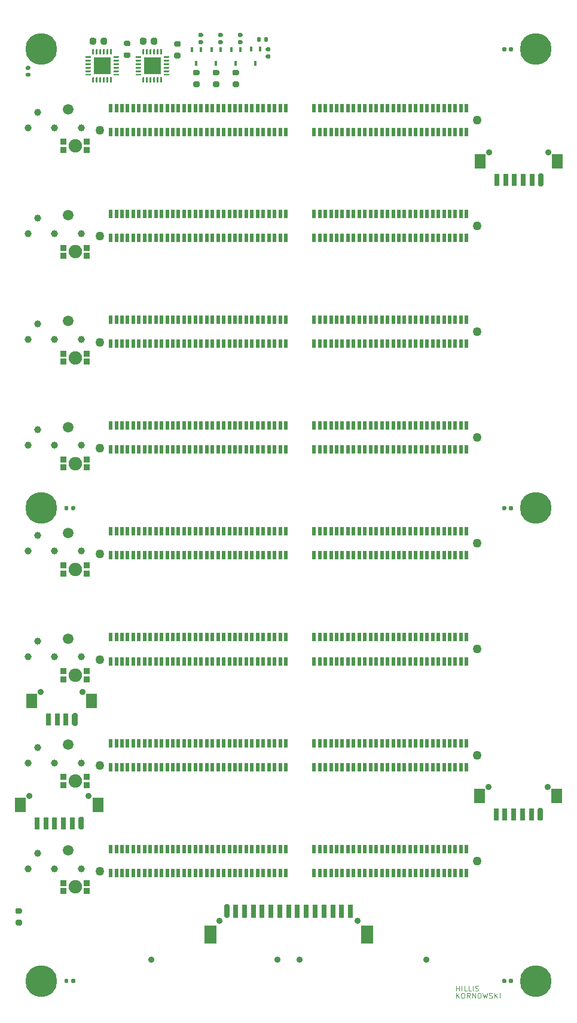
<source format=gts>
%TF.GenerationSoftware,KiCad,Pcbnew,(5.1.9)-1*%
%TF.CreationDate,2021-12-18T00:28:50-05:00*%
%TF.ProjectId,backplane,6261636b-706c-4616-9e65-2e6b69636164,A1*%
%TF.SameCoordinates,Original*%
%TF.FileFunction,Soldermask,Top*%
%TF.FilePolarity,Negative*%
%FSLAX46Y46*%
G04 Gerber Fmt 4.6, Leading zero omitted, Abs format (unit mm)*
G04 Created by KiCad (PCBNEW (5.1.9)-1) date 2021-12-18 00:28:50*
%MOMM*%
%LPD*%
G01*
G04 APERTURE LIST*
%ADD10C,0.125000*%
%ADD11C,1.000000*%
%ADD12C,1.500000*%
%ADD13R,0.500000X1.200000*%
%ADD14C,1.270000*%
%ADD15C,0.890000*%
%ADD16R,0.800000X1.800000*%
%ADD17R,1.600000X2.000000*%
%ADD18C,0.900000*%
%ADD19R,0.450000X0.700000*%
%ADD20C,4.500000*%
%ADD21R,0.800000X1.900000*%
%ADD22R,1.800000X2.600000*%
%ADD23R,0.900000X0.850000*%
%ADD24C,1.900000*%
%ADD25R,2.450000X2.450000*%
G04 APERTURE END LIST*
D10*
X121116714Y-175345285D02*
X121116714Y-174595285D01*
X121545285Y-175345285D02*
X121223857Y-174916714D01*
X121545285Y-174595285D02*
X121116714Y-175023857D01*
X122009571Y-174595285D02*
X122152428Y-174595285D01*
X122223857Y-174631000D01*
X122295285Y-174702428D01*
X122331000Y-174845285D01*
X122331000Y-175095285D01*
X122295285Y-175238142D01*
X122223857Y-175309571D01*
X122152428Y-175345285D01*
X122009571Y-175345285D01*
X121938142Y-175309571D01*
X121866714Y-175238142D01*
X121831000Y-175095285D01*
X121831000Y-174845285D01*
X121866714Y-174702428D01*
X121938142Y-174631000D01*
X122009571Y-174595285D01*
X123081000Y-175345285D02*
X122831000Y-174988142D01*
X122652428Y-175345285D02*
X122652428Y-174595285D01*
X122938142Y-174595285D01*
X123009571Y-174631000D01*
X123045285Y-174666714D01*
X123081000Y-174738142D01*
X123081000Y-174845285D01*
X123045285Y-174916714D01*
X123009571Y-174952428D01*
X122938142Y-174988142D01*
X122652428Y-174988142D01*
X123402428Y-175345285D02*
X123402428Y-174595285D01*
X123831000Y-175345285D01*
X123831000Y-174595285D01*
X124331000Y-174595285D02*
X124473857Y-174595285D01*
X124545285Y-174631000D01*
X124616714Y-174702428D01*
X124652428Y-174845285D01*
X124652428Y-175095285D01*
X124616714Y-175238142D01*
X124545285Y-175309571D01*
X124473857Y-175345285D01*
X124331000Y-175345285D01*
X124259571Y-175309571D01*
X124188142Y-175238142D01*
X124152428Y-175095285D01*
X124152428Y-174845285D01*
X124188142Y-174702428D01*
X124259571Y-174631000D01*
X124331000Y-174595285D01*
X124902428Y-174595285D02*
X125081000Y-175345285D01*
X125223857Y-174809571D01*
X125366714Y-175345285D01*
X125545285Y-174595285D01*
X125795285Y-175309571D02*
X125902428Y-175345285D01*
X126081000Y-175345285D01*
X126152428Y-175309571D01*
X126188142Y-175273857D01*
X126223857Y-175202428D01*
X126223857Y-175131000D01*
X126188142Y-175059571D01*
X126152428Y-175023857D01*
X126081000Y-174988142D01*
X125938142Y-174952428D01*
X125866714Y-174916714D01*
X125831000Y-174881000D01*
X125795285Y-174809571D01*
X125795285Y-174738142D01*
X125831000Y-174666714D01*
X125866714Y-174631000D01*
X125938142Y-174595285D01*
X126116714Y-174595285D01*
X126223857Y-174631000D01*
X126545285Y-175345285D02*
X126545285Y-174595285D01*
X126973857Y-175345285D02*
X126652428Y-174916714D01*
X126973857Y-174595285D02*
X126545285Y-175023857D01*
X127295285Y-175345285D02*
X127295285Y-174595285D01*
X121146285Y-174329285D02*
X121146285Y-173579285D01*
X121146285Y-173936428D02*
X121574857Y-173936428D01*
X121574857Y-174329285D02*
X121574857Y-173579285D01*
X121932000Y-174329285D02*
X121932000Y-173579285D01*
X122646285Y-174329285D02*
X122289142Y-174329285D01*
X122289142Y-173579285D01*
X123253428Y-174329285D02*
X122896285Y-174329285D01*
X122896285Y-173579285D01*
X123503428Y-174329285D02*
X123503428Y-173579285D01*
X123824857Y-174293571D02*
X123932000Y-174329285D01*
X124110571Y-174329285D01*
X124182000Y-174293571D01*
X124217714Y-174257857D01*
X124253428Y-174186428D01*
X124253428Y-174115000D01*
X124217714Y-174043571D01*
X124182000Y-174007857D01*
X124110571Y-173972142D01*
X123967714Y-173936428D01*
X123896285Y-173900714D01*
X123860571Y-173865000D01*
X123824857Y-173793571D01*
X123824857Y-173722142D01*
X123860571Y-173650714D01*
X123896285Y-173615000D01*
X123967714Y-173579285D01*
X124146285Y-173579285D01*
X124253428Y-173615000D01*
D11*
X60479000Y-51995000D03*
X61879000Y-49795000D03*
X64279000Y-51995000D03*
D12*
X66179000Y-49405000D03*
D11*
X68079000Y-51995000D03*
D13*
X72209000Y-52595000D03*
X72209000Y-49195000D03*
X73009000Y-52595000D03*
X73009000Y-49195000D03*
X73809000Y-52595000D03*
X73809000Y-49195000D03*
X74609000Y-52595000D03*
X74609000Y-49195000D03*
X75409000Y-52595000D03*
X75409000Y-49195000D03*
X76209000Y-52595000D03*
X76209000Y-49195000D03*
X77009000Y-52595000D03*
X77009000Y-49195000D03*
X77809000Y-52595000D03*
X77809000Y-49195000D03*
X78609000Y-52595000D03*
X78609000Y-49195000D03*
X79409000Y-52595000D03*
X79409000Y-49195000D03*
X80209000Y-52595000D03*
X80209000Y-49195000D03*
X81009000Y-52595000D03*
X81009000Y-49195000D03*
X81809000Y-52595000D03*
X81809000Y-49195000D03*
X82609000Y-52595000D03*
X82609000Y-49195000D03*
X83409000Y-52595000D03*
X83409000Y-49195000D03*
X84209000Y-52595000D03*
X84209000Y-49195000D03*
X85009000Y-52595000D03*
X85009000Y-49195000D03*
X85809000Y-52595000D03*
X85809000Y-49195000D03*
X86609000Y-52595000D03*
X86609000Y-49195000D03*
X87409000Y-52595000D03*
X87409000Y-49195000D03*
X88209000Y-52595000D03*
X88209000Y-49195000D03*
X89009000Y-52595000D03*
X89009000Y-49195000D03*
X89809000Y-52595000D03*
X89809000Y-49195000D03*
X90609000Y-52595000D03*
X90609000Y-49195000D03*
X91409000Y-52595000D03*
X91409000Y-49195000D03*
X92209000Y-52595000D03*
X92209000Y-49195000D03*
X93009000Y-52595000D03*
X93009000Y-49195000D03*
X93809000Y-52595000D03*
X93809000Y-49195000D03*
X94609000Y-52595000D03*
X94609000Y-49195000D03*
X95409000Y-52595000D03*
X95409000Y-49195000D03*
X96209000Y-52595000D03*
X96209000Y-49195000D03*
X97009000Y-52595000D03*
X97009000Y-49195000D03*
X101009000Y-52595000D03*
X101009000Y-49195000D03*
X101809000Y-52595000D03*
X101809000Y-49195000D03*
X102609000Y-52595000D03*
X102609000Y-49195000D03*
X103409000Y-52595000D03*
X103409000Y-49195000D03*
X104209000Y-52595000D03*
X104209000Y-49195000D03*
X105009000Y-52595000D03*
X105009000Y-49195000D03*
X105809000Y-52595000D03*
X105809000Y-49195000D03*
X106609000Y-52595000D03*
X106609000Y-49195000D03*
X107409000Y-52595000D03*
X107409000Y-49195000D03*
X108209000Y-52595000D03*
X108209000Y-49195000D03*
X109009000Y-52595000D03*
X109009000Y-49195000D03*
X109809000Y-52595000D03*
X109809000Y-49195000D03*
X110609000Y-52595000D03*
X110609000Y-49195000D03*
X111409000Y-52595000D03*
X111409000Y-49195000D03*
X112209000Y-52595000D03*
X112209000Y-49195000D03*
X113009000Y-52595000D03*
X113009000Y-49195000D03*
X113809000Y-52595000D03*
X113809000Y-49195000D03*
X114609000Y-52595000D03*
X114609000Y-49195000D03*
X115409000Y-52595000D03*
X115409000Y-49195000D03*
X116209000Y-52595000D03*
X116209000Y-49195000D03*
X117009000Y-52595000D03*
X117009000Y-49195000D03*
X117809000Y-52595000D03*
X117809000Y-49195000D03*
X118609000Y-52595000D03*
X118609000Y-49195000D03*
X119409000Y-52595000D03*
X119409000Y-49195000D03*
X120209000Y-52595000D03*
X120209000Y-49195000D03*
X121009000Y-52595000D03*
X121009000Y-49195000D03*
X121809000Y-52595000D03*
X121809000Y-49195000D03*
X122609000Y-52595000D03*
X122609000Y-49195000D03*
D14*
X70709000Y-52395000D03*
X124109000Y-50895000D03*
D11*
X60479000Y-66995000D03*
X61879000Y-64795000D03*
X64279000Y-66995000D03*
D12*
X66179000Y-64405000D03*
D11*
X68079000Y-66995000D03*
D13*
X72209000Y-67595000D03*
X72209000Y-64195000D03*
X73009000Y-67595000D03*
X73009000Y-64195000D03*
X73809000Y-67595000D03*
X73809000Y-64195000D03*
X74609000Y-67595000D03*
X74609000Y-64195000D03*
X75409000Y-67595000D03*
X75409000Y-64195000D03*
X76209000Y-67595000D03*
X76209000Y-64195000D03*
X77009000Y-67595000D03*
X77009000Y-64195000D03*
X77809000Y-67595000D03*
X77809000Y-64195000D03*
X78609000Y-67595000D03*
X78609000Y-64195000D03*
X79409000Y-67595000D03*
X79409000Y-64195000D03*
X80209000Y-67595000D03*
X80209000Y-64195000D03*
X81009000Y-67595000D03*
X81009000Y-64195000D03*
X81809000Y-67595000D03*
X81809000Y-64195000D03*
X82609000Y-67595000D03*
X82609000Y-64195000D03*
X83409000Y-67595000D03*
X83409000Y-64195000D03*
X84209000Y-67595000D03*
X84209000Y-64195000D03*
X85009000Y-67595000D03*
X85009000Y-64195000D03*
X85809000Y-67595000D03*
X85809000Y-64195000D03*
X86609000Y-67595000D03*
X86609000Y-64195000D03*
X87409000Y-67595000D03*
X87409000Y-64195000D03*
X88209000Y-67595000D03*
X88209000Y-64195000D03*
X89009000Y-67595000D03*
X89009000Y-64195000D03*
X89809000Y-67595000D03*
X89809000Y-64195000D03*
X90609000Y-67595000D03*
X90609000Y-64195000D03*
X91409000Y-67595000D03*
X91409000Y-64195000D03*
X92209000Y-67595000D03*
X92209000Y-64195000D03*
X93009000Y-67595000D03*
X93009000Y-64195000D03*
X93809000Y-67595000D03*
X93809000Y-64195000D03*
X94609000Y-67595000D03*
X94609000Y-64195000D03*
X95409000Y-67595000D03*
X95409000Y-64195000D03*
X96209000Y-67595000D03*
X96209000Y-64195000D03*
X97009000Y-67595000D03*
X97009000Y-64195000D03*
X101009000Y-67595000D03*
X101009000Y-64195000D03*
X101809000Y-67595000D03*
X101809000Y-64195000D03*
X102609000Y-67595000D03*
X102609000Y-64195000D03*
X103409000Y-67595000D03*
X103409000Y-64195000D03*
X104209000Y-67595000D03*
X104209000Y-64195000D03*
X105009000Y-67595000D03*
X105009000Y-64195000D03*
X105809000Y-67595000D03*
X105809000Y-64195000D03*
X106609000Y-67595000D03*
X106609000Y-64195000D03*
X107409000Y-67595000D03*
X107409000Y-64195000D03*
X108209000Y-67595000D03*
X108209000Y-64195000D03*
X109009000Y-67595000D03*
X109009000Y-64195000D03*
X109809000Y-67595000D03*
X109809000Y-64195000D03*
X110609000Y-67595000D03*
X110609000Y-64195000D03*
X111409000Y-67595000D03*
X111409000Y-64195000D03*
X112209000Y-67595000D03*
X112209000Y-64195000D03*
X113009000Y-67595000D03*
X113009000Y-64195000D03*
X113809000Y-67595000D03*
X113809000Y-64195000D03*
X114609000Y-67595000D03*
X114609000Y-64195000D03*
X115409000Y-67595000D03*
X115409000Y-64195000D03*
X116209000Y-67595000D03*
X116209000Y-64195000D03*
X117009000Y-67595000D03*
X117009000Y-64195000D03*
X117809000Y-67595000D03*
X117809000Y-64195000D03*
X118609000Y-67595000D03*
X118609000Y-64195000D03*
X119409000Y-67595000D03*
X119409000Y-64195000D03*
X120209000Y-67595000D03*
X120209000Y-64195000D03*
X121009000Y-67595000D03*
X121009000Y-64195000D03*
X121809000Y-67595000D03*
X121809000Y-64195000D03*
X122609000Y-67595000D03*
X122609000Y-64195000D03*
D14*
X70709000Y-67395000D03*
X124109000Y-65895000D03*
D11*
X60479000Y-81995000D03*
X61879000Y-79795000D03*
X64279000Y-81995000D03*
D12*
X66179000Y-79405000D03*
D11*
X68079000Y-81995000D03*
D13*
X72209000Y-82595000D03*
X72209000Y-79195000D03*
X73009000Y-82595000D03*
X73009000Y-79195000D03*
X73809000Y-82595000D03*
X73809000Y-79195000D03*
X74609000Y-82595000D03*
X74609000Y-79195000D03*
X75409000Y-82595000D03*
X75409000Y-79195000D03*
X76209000Y-82595000D03*
X76209000Y-79195000D03*
X77009000Y-82595000D03*
X77009000Y-79195000D03*
X77809000Y-82595000D03*
X77809000Y-79195000D03*
X78609000Y-82595000D03*
X78609000Y-79195000D03*
X79409000Y-82595000D03*
X79409000Y-79195000D03*
X80209000Y-82595000D03*
X80209000Y-79195000D03*
X81009000Y-82595000D03*
X81009000Y-79195000D03*
X81809000Y-82595000D03*
X81809000Y-79195000D03*
X82609000Y-82595000D03*
X82609000Y-79195000D03*
X83409000Y-82595000D03*
X83409000Y-79195000D03*
X84209000Y-82595000D03*
X84209000Y-79195000D03*
X85009000Y-82595000D03*
X85009000Y-79195000D03*
X85809000Y-82595000D03*
X85809000Y-79195000D03*
X86609000Y-82595000D03*
X86609000Y-79195000D03*
X87409000Y-82595000D03*
X87409000Y-79195000D03*
X88209000Y-82595000D03*
X88209000Y-79195000D03*
X89009000Y-82595000D03*
X89009000Y-79195000D03*
X89809000Y-82595000D03*
X89809000Y-79195000D03*
X90609000Y-82595000D03*
X90609000Y-79195000D03*
X91409000Y-82595000D03*
X91409000Y-79195000D03*
X92209000Y-82595000D03*
X92209000Y-79195000D03*
X93009000Y-82595000D03*
X93009000Y-79195000D03*
X93809000Y-82595000D03*
X93809000Y-79195000D03*
X94609000Y-82595000D03*
X94609000Y-79195000D03*
X95409000Y-82595000D03*
X95409000Y-79195000D03*
X96209000Y-82595000D03*
X96209000Y-79195000D03*
X97009000Y-82595000D03*
X97009000Y-79195000D03*
X101009000Y-82595000D03*
X101009000Y-79195000D03*
X101809000Y-82595000D03*
X101809000Y-79195000D03*
X102609000Y-82595000D03*
X102609000Y-79195000D03*
X103409000Y-82595000D03*
X103409000Y-79195000D03*
X104209000Y-82595000D03*
X104209000Y-79195000D03*
X105009000Y-82595000D03*
X105009000Y-79195000D03*
X105809000Y-82595000D03*
X105809000Y-79195000D03*
X106609000Y-82595000D03*
X106609000Y-79195000D03*
X107409000Y-82595000D03*
X107409000Y-79195000D03*
X108209000Y-82595000D03*
X108209000Y-79195000D03*
X109009000Y-82595000D03*
X109009000Y-79195000D03*
X109809000Y-82595000D03*
X109809000Y-79195000D03*
X110609000Y-82595000D03*
X110609000Y-79195000D03*
X111409000Y-82595000D03*
X111409000Y-79195000D03*
X112209000Y-82595000D03*
X112209000Y-79195000D03*
X113009000Y-82595000D03*
X113009000Y-79195000D03*
X113809000Y-82595000D03*
X113809000Y-79195000D03*
X114609000Y-82595000D03*
X114609000Y-79195000D03*
X115409000Y-82595000D03*
X115409000Y-79195000D03*
X116209000Y-82595000D03*
X116209000Y-79195000D03*
X117009000Y-82595000D03*
X117009000Y-79195000D03*
X117809000Y-82595000D03*
X117809000Y-79195000D03*
X118609000Y-82595000D03*
X118609000Y-79195000D03*
X119409000Y-82595000D03*
X119409000Y-79195000D03*
X120209000Y-82595000D03*
X120209000Y-79195000D03*
X121009000Y-82595000D03*
X121009000Y-79195000D03*
X121809000Y-82595000D03*
X121809000Y-79195000D03*
X122609000Y-82595000D03*
X122609000Y-79195000D03*
D14*
X70709000Y-82395000D03*
X124109000Y-80895000D03*
D11*
X60479000Y-96995000D03*
X61879000Y-94795000D03*
X64279000Y-96995000D03*
D12*
X66179000Y-94405000D03*
D11*
X68079000Y-96995000D03*
D13*
X72209000Y-97595000D03*
X72209000Y-94195000D03*
X73009000Y-97595000D03*
X73009000Y-94195000D03*
X73809000Y-97595000D03*
X73809000Y-94195000D03*
X74609000Y-97595000D03*
X74609000Y-94195000D03*
X75409000Y-97595000D03*
X75409000Y-94195000D03*
X76209000Y-97595000D03*
X76209000Y-94195000D03*
X77009000Y-97595000D03*
X77009000Y-94195000D03*
X77809000Y-97595000D03*
X77809000Y-94195000D03*
X78609000Y-97595000D03*
X78609000Y-94195000D03*
X79409000Y-97595000D03*
X79409000Y-94195000D03*
X80209000Y-97595000D03*
X80209000Y-94195000D03*
X81009000Y-97595000D03*
X81009000Y-94195000D03*
X81809000Y-97595000D03*
X81809000Y-94195000D03*
X82609000Y-97595000D03*
X82609000Y-94195000D03*
X83409000Y-97595000D03*
X83409000Y-94195000D03*
X84209000Y-97595000D03*
X84209000Y-94195000D03*
X85009000Y-97595000D03*
X85009000Y-94195000D03*
X85809000Y-97595000D03*
X85809000Y-94195000D03*
X86609000Y-97595000D03*
X86609000Y-94195000D03*
X87409000Y-97595000D03*
X87409000Y-94195000D03*
X88209000Y-97595000D03*
X88209000Y-94195000D03*
X89009000Y-97595000D03*
X89009000Y-94195000D03*
X89809000Y-97595000D03*
X89809000Y-94195000D03*
X90609000Y-97595000D03*
X90609000Y-94195000D03*
X91409000Y-97595000D03*
X91409000Y-94195000D03*
X92209000Y-97595000D03*
X92209000Y-94195000D03*
X93009000Y-97595000D03*
X93009000Y-94195000D03*
X93809000Y-97595000D03*
X93809000Y-94195000D03*
X94609000Y-97595000D03*
X94609000Y-94195000D03*
X95409000Y-97595000D03*
X95409000Y-94195000D03*
X96209000Y-97595000D03*
X96209000Y-94195000D03*
X97009000Y-97595000D03*
X97009000Y-94195000D03*
X101009000Y-97595000D03*
X101009000Y-94195000D03*
X101809000Y-97595000D03*
X101809000Y-94195000D03*
X102609000Y-97595000D03*
X102609000Y-94195000D03*
X103409000Y-97595000D03*
X103409000Y-94195000D03*
X104209000Y-97595000D03*
X104209000Y-94195000D03*
X105009000Y-97595000D03*
X105009000Y-94195000D03*
X105809000Y-97595000D03*
X105809000Y-94195000D03*
X106609000Y-97595000D03*
X106609000Y-94195000D03*
X107409000Y-97595000D03*
X107409000Y-94195000D03*
X108209000Y-97595000D03*
X108209000Y-94195000D03*
X109009000Y-97595000D03*
X109009000Y-94195000D03*
X109809000Y-97595000D03*
X109809000Y-94195000D03*
X110609000Y-97595000D03*
X110609000Y-94195000D03*
X111409000Y-97595000D03*
X111409000Y-94195000D03*
X112209000Y-97595000D03*
X112209000Y-94195000D03*
X113009000Y-97595000D03*
X113009000Y-94195000D03*
X113809000Y-97595000D03*
X113809000Y-94195000D03*
X114609000Y-97595000D03*
X114609000Y-94195000D03*
X115409000Y-97595000D03*
X115409000Y-94195000D03*
X116209000Y-97595000D03*
X116209000Y-94195000D03*
X117009000Y-97595000D03*
X117009000Y-94195000D03*
X117809000Y-97595000D03*
X117809000Y-94195000D03*
X118609000Y-97595000D03*
X118609000Y-94195000D03*
X119409000Y-97595000D03*
X119409000Y-94195000D03*
X120209000Y-97595000D03*
X120209000Y-94195000D03*
X121009000Y-97595000D03*
X121009000Y-94195000D03*
X121809000Y-97595000D03*
X121809000Y-94195000D03*
X122609000Y-97595000D03*
X122609000Y-94195000D03*
D14*
X70709000Y-97395000D03*
X124109000Y-95895000D03*
D11*
X60479000Y-111995000D03*
X61879000Y-109795000D03*
X64279000Y-111995000D03*
D12*
X66179000Y-109405000D03*
D11*
X68079000Y-111995000D03*
D13*
X72209000Y-112595000D03*
X72209000Y-109195000D03*
X73009000Y-112595000D03*
X73009000Y-109195000D03*
X73809000Y-112595000D03*
X73809000Y-109195000D03*
X74609000Y-112595000D03*
X74609000Y-109195000D03*
X75409000Y-112595000D03*
X75409000Y-109195000D03*
X76209000Y-112595000D03*
X76209000Y-109195000D03*
X77009000Y-112595000D03*
X77009000Y-109195000D03*
X77809000Y-112595000D03*
X77809000Y-109195000D03*
X78609000Y-112595000D03*
X78609000Y-109195000D03*
X79409000Y-112595000D03*
X79409000Y-109195000D03*
X80209000Y-112595000D03*
X80209000Y-109195000D03*
X81009000Y-112595000D03*
X81009000Y-109195000D03*
X81809000Y-112595000D03*
X81809000Y-109195000D03*
X82609000Y-112595000D03*
X82609000Y-109195000D03*
X83409000Y-112595000D03*
X83409000Y-109195000D03*
X84209000Y-112595000D03*
X84209000Y-109195000D03*
X85009000Y-112595000D03*
X85009000Y-109195000D03*
X85809000Y-112595000D03*
X85809000Y-109195000D03*
X86609000Y-112595000D03*
X86609000Y-109195000D03*
X87409000Y-112595000D03*
X87409000Y-109195000D03*
X88209000Y-112595000D03*
X88209000Y-109195000D03*
X89009000Y-112595000D03*
X89009000Y-109195000D03*
X89809000Y-112595000D03*
X89809000Y-109195000D03*
X90609000Y-112595000D03*
X90609000Y-109195000D03*
X91409000Y-112595000D03*
X91409000Y-109195000D03*
X92209000Y-112595000D03*
X92209000Y-109195000D03*
X93009000Y-112595000D03*
X93009000Y-109195000D03*
X93809000Y-112595000D03*
X93809000Y-109195000D03*
X94609000Y-112595000D03*
X94609000Y-109195000D03*
X95409000Y-112595000D03*
X95409000Y-109195000D03*
X96209000Y-112595000D03*
X96209000Y-109195000D03*
X97009000Y-112595000D03*
X97009000Y-109195000D03*
X101009000Y-112595000D03*
X101009000Y-109195000D03*
X101809000Y-112595000D03*
X101809000Y-109195000D03*
X102609000Y-112595000D03*
X102609000Y-109195000D03*
X103409000Y-112595000D03*
X103409000Y-109195000D03*
X104209000Y-112595000D03*
X104209000Y-109195000D03*
X105009000Y-112595000D03*
X105009000Y-109195000D03*
X105809000Y-112595000D03*
X105809000Y-109195000D03*
X106609000Y-112595000D03*
X106609000Y-109195000D03*
X107409000Y-112595000D03*
X107409000Y-109195000D03*
X108209000Y-112595000D03*
X108209000Y-109195000D03*
X109009000Y-112595000D03*
X109009000Y-109195000D03*
X109809000Y-112595000D03*
X109809000Y-109195000D03*
X110609000Y-112595000D03*
X110609000Y-109195000D03*
X111409000Y-112595000D03*
X111409000Y-109195000D03*
X112209000Y-112595000D03*
X112209000Y-109195000D03*
X113009000Y-112595000D03*
X113009000Y-109195000D03*
X113809000Y-112595000D03*
X113809000Y-109195000D03*
X114609000Y-112595000D03*
X114609000Y-109195000D03*
X115409000Y-112595000D03*
X115409000Y-109195000D03*
X116209000Y-112595000D03*
X116209000Y-109195000D03*
X117009000Y-112595000D03*
X117009000Y-109195000D03*
X117809000Y-112595000D03*
X117809000Y-109195000D03*
X118609000Y-112595000D03*
X118609000Y-109195000D03*
X119409000Y-112595000D03*
X119409000Y-109195000D03*
X120209000Y-112595000D03*
X120209000Y-109195000D03*
X121009000Y-112595000D03*
X121009000Y-109195000D03*
X121809000Y-112595000D03*
X121809000Y-109195000D03*
X122609000Y-112595000D03*
X122609000Y-109195000D03*
D14*
X70709000Y-112395000D03*
X124109000Y-110895000D03*
D11*
X60479000Y-126995000D03*
X61879000Y-124795000D03*
X64279000Y-126995000D03*
D12*
X66179000Y-124405000D03*
D11*
X68079000Y-126995000D03*
D13*
X72209000Y-127595000D03*
X72209000Y-124195000D03*
X73009000Y-127595000D03*
X73009000Y-124195000D03*
X73809000Y-127595000D03*
X73809000Y-124195000D03*
X74609000Y-127595000D03*
X74609000Y-124195000D03*
X75409000Y-127595000D03*
X75409000Y-124195000D03*
X76209000Y-127595000D03*
X76209000Y-124195000D03*
X77009000Y-127595000D03*
X77009000Y-124195000D03*
X77809000Y-127595000D03*
X77809000Y-124195000D03*
X78609000Y-127595000D03*
X78609000Y-124195000D03*
X79409000Y-127595000D03*
X79409000Y-124195000D03*
X80209000Y-127595000D03*
X80209000Y-124195000D03*
X81009000Y-127595000D03*
X81009000Y-124195000D03*
X81809000Y-127595000D03*
X81809000Y-124195000D03*
X82609000Y-127595000D03*
X82609000Y-124195000D03*
X83409000Y-127595000D03*
X83409000Y-124195000D03*
X84209000Y-127595000D03*
X84209000Y-124195000D03*
X85009000Y-127595000D03*
X85009000Y-124195000D03*
X85809000Y-127595000D03*
X85809000Y-124195000D03*
X86609000Y-127595000D03*
X86609000Y-124195000D03*
X87409000Y-127595000D03*
X87409000Y-124195000D03*
X88209000Y-127595000D03*
X88209000Y-124195000D03*
X89009000Y-127595000D03*
X89009000Y-124195000D03*
X89809000Y-127595000D03*
X89809000Y-124195000D03*
X90609000Y-127595000D03*
X90609000Y-124195000D03*
X91409000Y-127595000D03*
X91409000Y-124195000D03*
X92209000Y-127595000D03*
X92209000Y-124195000D03*
X93009000Y-127595000D03*
X93009000Y-124195000D03*
X93809000Y-127595000D03*
X93809000Y-124195000D03*
X94609000Y-127595000D03*
X94609000Y-124195000D03*
X95409000Y-127595000D03*
X95409000Y-124195000D03*
X96209000Y-127595000D03*
X96209000Y-124195000D03*
X97009000Y-127595000D03*
X97009000Y-124195000D03*
X101009000Y-127595000D03*
X101009000Y-124195000D03*
X101809000Y-127595000D03*
X101809000Y-124195000D03*
X102609000Y-127595000D03*
X102609000Y-124195000D03*
X103409000Y-127595000D03*
X103409000Y-124195000D03*
X104209000Y-127595000D03*
X104209000Y-124195000D03*
X105009000Y-127595000D03*
X105009000Y-124195000D03*
X105809000Y-127595000D03*
X105809000Y-124195000D03*
X106609000Y-127595000D03*
X106609000Y-124195000D03*
X107409000Y-127595000D03*
X107409000Y-124195000D03*
X108209000Y-127595000D03*
X108209000Y-124195000D03*
X109009000Y-127595000D03*
X109009000Y-124195000D03*
X109809000Y-127595000D03*
X109809000Y-124195000D03*
X110609000Y-127595000D03*
X110609000Y-124195000D03*
X111409000Y-127595000D03*
X111409000Y-124195000D03*
X112209000Y-127595000D03*
X112209000Y-124195000D03*
X113009000Y-127595000D03*
X113009000Y-124195000D03*
X113809000Y-127595000D03*
X113809000Y-124195000D03*
X114609000Y-127595000D03*
X114609000Y-124195000D03*
X115409000Y-127595000D03*
X115409000Y-124195000D03*
X116209000Y-127595000D03*
X116209000Y-124195000D03*
X117009000Y-127595000D03*
X117009000Y-124195000D03*
X117809000Y-127595000D03*
X117809000Y-124195000D03*
X118609000Y-127595000D03*
X118609000Y-124195000D03*
X119409000Y-127595000D03*
X119409000Y-124195000D03*
X120209000Y-127595000D03*
X120209000Y-124195000D03*
X121009000Y-127595000D03*
X121009000Y-124195000D03*
X121809000Y-127595000D03*
X121809000Y-124195000D03*
X122609000Y-127595000D03*
X122609000Y-124195000D03*
D14*
X70709000Y-127395000D03*
X124109000Y-125895000D03*
D11*
X60479000Y-141995000D03*
X61879000Y-139795000D03*
X64279000Y-141995000D03*
D12*
X66179000Y-139405000D03*
D11*
X68079000Y-141995000D03*
D13*
X72209000Y-142595000D03*
X72209000Y-139195000D03*
X73009000Y-142595000D03*
X73009000Y-139195000D03*
X73809000Y-142595000D03*
X73809000Y-139195000D03*
X74609000Y-142595000D03*
X74609000Y-139195000D03*
X75409000Y-142595000D03*
X75409000Y-139195000D03*
X76209000Y-142595000D03*
X76209000Y-139195000D03*
X77009000Y-142595000D03*
X77009000Y-139195000D03*
X77809000Y-142595000D03*
X77809000Y-139195000D03*
X78609000Y-142595000D03*
X78609000Y-139195000D03*
X79409000Y-142595000D03*
X79409000Y-139195000D03*
X80209000Y-142595000D03*
X80209000Y-139195000D03*
X81009000Y-142595000D03*
X81009000Y-139195000D03*
X81809000Y-142595000D03*
X81809000Y-139195000D03*
X82609000Y-142595000D03*
X82609000Y-139195000D03*
X83409000Y-142595000D03*
X83409000Y-139195000D03*
X84209000Y-142595000D03*
X84209000Y-139195000D03*
X85009000Y-142595000D03*
X85009000Y-139195000D03*
X85809000Y-142595000D03*
X85809000Y-139195000D03*
X86609000Y-142595000D03*
X86609000Y-139195000D03*
X87409000Y-142595000D03*
X87409000Y-139195000D03*
X88209000Y-142595000D03*
X88209000Y-139195000D03*
X89009000Y-142595000D03*
X89009000Y-139195000D03*
X89809000Y-142595000D03*
X89809000Y-139195000D03*
X90609000Y-142595000D03*
X90609000Y-139195000D03*
X91409000Y-142595000D03*
X91409000Y-139195000D03*
X92209000Y-142595000D03*
X92209000Y-139195000D03*
X93009000Y-142595000D03*
X93009000Y-139195000D03*
X93809000Y-142595000D03*
X93809000Y-139195000D03*
X94609000Y-142595000D03*
X94609000Y-139195000D03*
X95409000Y-142595000D03*
X95409000Y-139195000D03*
X96209000Y-142595000D03*
X96209000Y-139195000D03*
X97009000Y-142595000D03*
X97009000Y-139195000D03*
X101009000Y-142595000D03*
X101009000Y-139195000D03*
X101809000Y-142595000D03*
X101809000Y-139195000D03*
X102609000Y-142595000D03*
X102609000Y-139195000D03*
X103409000Y-142595000D03*
X103409000Y-139195000D03*
X104209000Y-142595000D03*
X104209000Y-139195000D03*
X105009000Y-142595000D03*
X105009000Y-139195000D03*
X105809000Y-142595000D03*
X105809000Y-139195000D03*
X106609000Y-142595000D03*
X106609000Y-139195000D03*
X107409000Y-142595000D03*
X107409000Y-139195000D03*
X108209000Y-142595000D03*
X108209000Y-139195000D03*
X109009000Y-142595000D03*
X109009000Y-139195000D03*
X109809000Y-142595000D03*
X109809000Y-139195000D03*
X110609000Y-142595000D03*
X110609000Y-139195000D03*
X111409000Y-142595000D03*
X111409000Y-139195000D03*
X112209000Y-142595000D03*
X112209000Y-139195000D03*
X113009000Y-142595000D03*
X113009000Y-139195000D03*
X113809000Y-142595000D03*
X113809000Y-139195000D03*
X114609000Y-142595000D03*
X114609000Y-139195000D03*
X115409000Y-142595000D03*
X115409000Y-139195000D03*
X116209000Y-142595000D03*
X116209000Y-139195000D03*
X117009000Y-142595000D03*
X117009000Y-139195000D03*
X117809000Y-142595000D03*
X117809000Y-139195000D03*
X118609000Y-142595000D03*
X118609000Y-139195000D03*
X119409000Y-142595000D03*
X119409000Y-139195000D03*
X120209000Y-142595000D03*
X120209000Y-139195000D03*
X121009000Y-142595000D03*
X121009000Y-139195000D03*
X121809000Y-142595000D03*
X121809000Y-139195000D03*
X122609000Y-142595000D03*
X122609000Y-139195000D03*
D14*
X70709000Y-142395000D03*
X124109000Y-140895000D03*
D11*
X60479000Y-156995000D03*
X61879000Y-154795000D03*
X64279000Y-156995000D03*
D12*
X66179000Y-154405000D03*
D11*
X68079000Y-156995000D03*
D13*
X72209000Y-157595000D03*
X72209000Y-154195000D03*
X73009000Y-157595000D03*
X73009000Y-154195000D03*
X73809000Y-157595000D03*
X73809000Y-154195000D03*
X74609000Y-157595000D03*
X74609000Y-154195000D03*
X75409000Y-157595000D03*
X75409000Y-154195000D03*
X76209000Y-157595000D03*
X76209000Y-154195000D03*
X77009000Y-157595000D03*
X77009000Y-154195000D03*
X77809000Y-157595000D03*
X77809000Y-154195000D03*
X78609000Y-157595000D03*
X78609000Y-154195000D03*
X79409000Y-157595000D03*
X79409000Y-154195000D03*
X80209000Y-157595000D03*
X80209000Y-154195000D03*
X81009000Y-157595000D03*
X81009000Y-154195000D03*
X81809000Y-157595000D03*
X81809000Y-154195000D03*
X82609000Y-157595000D03*
X82609000Y-154195000D03*
X83409000Y-157595000D03*
X83409000Y-154195000D03*
X84209000Y-157595000D03*
X84209000Y-154195000D03*
X85009000Y-157595000D03*
X85009000Y-154195000D03*
X85809000Y-157595000D03*
X85809000Y-154195000D03*
X86609000Y-157595000D03*
X86609000Y-154195000D03*
X87409000Y-157595000D03*
X87409000Y-154195000D03*
X88209000Y-157595000D03*
X88209000Y-154195000D03*
X89009000Y-157595000D03*
X89009000Y-154195000D03*
X89809000Y-157595000D03*
X89809000Y-154195000D03*
X90609000Y-157595000D03*
X90609000Y-154195000D03*
X91409000Y-157595000D03*
X91409000Y-154195000D03*
X92209000Y-157595000D03*
X92209000Y-154195000D03*
X93009000Y-157595000D03*
X93009000Y-154195000D03*
X93809000Y-157595000D03*
X93809000Y-154195000D03*
X94609000Y-157595000D03*
X94609000Y-154195000D03*
X95409000Y-157595000D03*
X95409000Y-154195000D03*
X96209000Y-157595000D03*
X96209000Y-154195000D03*
X97009000Y-157595000D03*
X97009000Y-154195000D03*
X101009000Y-157595000D03*
X101009000Y-154195000D03*
X101809000Y-157595000D03*
X101809000Y-154195000D03*
X102609000Y-157595000D03*
X102609000Y-154195000D03*
X103409000Y-157595000D03*
X103409000Y-154195000D03*
X104209000Y-157595000D03*
X104209000Y-154195000D03*
X105009000Y-157595000D03*
X105009000Y-154195000D03*
X105809000Y-157595000D03*
X105809000Y-154195000D03*
X106609000Y-157595000D03*
X106609000Y-154195000D03*
X107409000Y-157595000D03*
X107409000Y-154195000D03*
X108209000Y-157595000D03*
X108209000Y-154195000D03*
X109009000Y-157595000D03*
X109009000Y-154195000D03*
X109809000Y-157595000D03*
X109809000Y-154195000D03*
X110609000Y-157595000D03*
X110609000Y-154195000D03*
X111409000Y-157595000D03*
X111409000Y-154195000D03*
X112209000Y-157595000D03*
X112209000Y-154195000D03*
X113009000Y-157595000D03*
X113009000Y-154195000D03*
X113809000Y-157595000D03*
X113809000Y-154195000D03*
X114609000Y-157595000D03*
X114609000Y-154195000D03*
X115409000Y-157595000D03*
X115409000Y-154195000D03*
X116209000Y-157595000D03*
X116209000Y-154195000D03*
X117009000Y-157595000D03*
X117009000Y-154195000D03*
X117809000Y-157595000D03*
X117809000Y-154195000D03*
X118609000Y-157595000D03*
X118609000Y-154195000D03*
X119409000Y-157595000D03*
X119409000Y-154195000D03*
X120209000Y-157595000D03*
X120209000Y-154195000D03*
X121009000Y-157595000D03*
X121009000Y-154195000D03*
X121809000Y-157595000D03*
X121809000Y-154195000D03*
X122609000Y-157595000D03*
X122609000Y-154195000D03*
D14*
X70709000Y-157395000D03*
X124109000Y-155895000D03*
D15*
X116864000Y-169895000D03*
X98954000Y-169895000D03*
X95864000Y-169895000D03*
X77954000Y-169895000D03*
G36*
G01*
X67527600Y-135150200D02*
X67527600Y-136550200D01*
G75*
G02*
X67327600Y-136750200I-200000J0D01*
G01*
X66927600Y-136750200D01*
G75*
G02*
X66727600Y-136550200I0J200000D01*
G01*
X66727600Y-135150200D01*
G75*
G02*
X66927600Y-134950200I200000J0D01*
G01*
X67327600Y-134950200D01*
G75*
G02*
X67527600Y-135150200I0J-200000D01*
G01*
G37*
D16*
X65877600Y-135850200D03*
X64627600Y-135850200D03*
X63377600Y-135850200D03*
D17*
X69477600Y-133250200D03*
X61027600Y-133250200D03*
D18*
X68202600Y-131950200D03*
X62302600Y-131950200D03*
G36*
G01*
X94303000Y-41642000D02*
X94673000Y-41642000D01*
G75*
G02*
X94808000Y-41777000I0J-135000D01*
G01*
X94808000Y-42047000D01*
G75*
G02*
X94673000Y-42182000I-135000J0D01*
G01*
X94303000Y-42182000D01*
G75*
G02*
X94168000Y-42047000I0J135000D01*
G01*
X94168000Y-41777000D01*
G75*
G02*
X94303000Y-41642000I135000J0D01*
G01*
G37*
G36*
G01*
X94303000Y-40622000D02*
X94673000Y-40622000D01*
G75*
G02*
X94808000Y-40757000I0J-135000D01*
G01*
X94808000Y-41027000D01*
G75*
G02*
X94673000Y-41162000I-135000J0D01*
G01*
X94303000Y-41162000D01*
G75*
G02*
X94168000Y-41027000I0J135000D01*
G01*
X94168000Y-40757000D01*
G75*
G02*
X94303000Y-40622000I135000J0D01*
G01*
G37*
G36*
G01*
X93486000Y-39312000D02*
X93486000Y-39682000D01*
G75*
G02*
X93351000Y-39817000I-135000J0D01*
G01*
X93081000Y-39817000D01*
G75*
G02*
X92946000Y-39682000I0J135000D01*
G01*
X92946000Y-39312000D01*
G75*
G02*
X93081000Y-39177000I135000J0D01*
G01*
X93351000Y-39177000D01*
G75*
G02*
X93486000Y-39312000I0J-135000D01*
G01*
G37*
G36*
G01*
X94506000Y-39312000D02*
X94506000Y-39682000D01*
G75*
G02*
X94371000Y-39817000I-135000J0D01*
G01*
X94101000Y-39817000D01*
G75*
G02*
X93966000Y-39682000I0J135000D01*
G01*
X93966000Y-39312000D01*
G75*
G02*
X94101000Y-39177000I135000J0D01*
G01*
X94371000Y-39177000D01*
G75*
G02*
X94506000Y-39312000I0J-135000D01*
G01*
G37*
D19*
X92710000Y-42894000D03*
X92060000Y-40894000D03*
X93360000Y-40894000D03*
D20*
X132409000Y-40895000D03*
X62409000Y-105895000D03*
X132409000Y-105895000D03*
X132409000Y-172895000D03*
X62409000Y-172895000D03*
X62409000Y-40895000D03*
G36*
G01*
X133434000Y-148595000D02*
X133434000Y-149995000D01*
G75*
G02*
X133234000Y-150195000I-200000J0D01*
G01*
X132834000Y-150195000D01*
G75*
G02*
X132634000Y-149995000I0J200000D01*
G01*
X132634000Y-148595000D01*
G75*
G02*
X132834000Y-148395000I200000J0D01*
G01*
X133234000Y-148395000D01*
G75*
G02*
X133434000Y-148595000I0J-200000D01*
G01*
G37*
D16*
X131784000Y-149295000D03*
X130534000Y-149295000D03*
X129284000Y-149295000D03*
X128034000Y-149295000D03*
X126784000Y-149295000D03*
D17*
X135384000Y-146695000D03*
X124434000Y-146695000D03*
D18*
X134109000Y-145395000D03*
X125709000Y-145395000D03*
G36*
G01*
X133534000Y-58695000D02*
X133534000Y-60095000D01*
G75*
G02*
X133334000Y-60295000I-200000J0D01*
G01*
X132934000Y-60295000D01*
G75*
G02*
X132734000Y-60095000I0J200000D01*
G01*
X132734000Y-58695000D01*
G75*
G02*
X132934000Y-58495000I200000J0D01*
G01*
X133334000Y-58495000D01*
G75*
G02*
X133534000Y-58695000I0J-200000D01*
G01*
G37*
D16*
X131884000Y-59395000D03*
X130634000Y-59395000D03*
X129384000Y-59395000D03*
X128134000Y-59395000D03*
X126884000Y-59395000D03*
D17*
X135484000Y-56795000D03*
X124534000Y-56795000D03*
D18*
X134209000Y-55495000D03*
X125809000Y-55495000D03*
G36*
G01*
X68434000Y-149845000D02*
X68434000Y-151245000D01*
G75*
G02*
X68234000Y-151445000I-200000J0D01*
G01*
X67834000Y-151445000D01*
G75*
G02*
X67634000Y-151245000I0J200000D01*
G01*
X67634000Y-149845000D01*
G75*
G02*
X67834000Y-149645000I200000J0D01*
G01*
X68234000Y-149645000D01*
G75*
G02*
X68434000Y-149845000I0J-200000D01*
G01*
G37*
D16*
X66784000Y-150545000D03*
X65534000Y-150545000D03*
X64284000Y-150545000D03*
X63034000Y-150545000D03*
X61784000Y-150545000D03*
D17*
X70384000Y-147945000D03*
X59434000Y-147945000D03*
D18*
X69109000Y-146645000D03*
X60709000Y-146645000D03*
G36*
G01*
X88259000Y-163745000D02*
X88259000Y-162245000D01*
G75*
G02*
X88459000Y-162045000I200000J0D01*
G01*
X88859000Y-162045000D01*
G75*
G02*
X89059000Y-162245000I0J-200000D01*
G01*
X89059000Y-163745000D01*
G75*
G02*
X88859000Y-163945000I-200000J0D01*
G01*
X88459000Y-163945000D01*
G75*
G02*
X88259000Y-163745000I0J200000D01*
G01*
G37*
D21*
X89909000Y-162995000D03*
X91159000Y-162995000D03*
X92409000Y-162995000D03*
X93659000Y-162995000D03*
X94909000Y-162995000D03*
D22*
X86309000Y-166295000D03*
X108509000Y-166295000D03*
D18*
X87609000Y-164395000D03*
X107209000Y-164395000D03*
D21*
X96159000Y-162995000D03*
X97409000Y-162995000D03*
X98659000Y-162995000D03*
X99909000Y-162995000D03*
X101159000Y-162995000D03*
X102409000Y-162995000D03*
X103659000Y-162995000D03*
X104909000Y-162995000D03*
X106159000Y-162995000D03*
D23*
X65529000Y-54011000D03*
X65529000Y-55161000D03*
X68829000Y-54011000D03*
X68829000Y-55161000D03*
D24*
X67179000Y-54586000D03*
D23*
X65529000Y-69011000D03*
X65529000Y-70161000D03*
X68829000Y-69011000D03*
X68829000Y-70161000D03*
D24*
X67179000Y-69586000D03*
D23*
X65529000Y-84011000D03*
X65529000Y-85161000D03*
X68829000Y-84011000D03*
X68829000Y-85161000D03*
D24*
X67179000Y-84586000D03*
D23*
X65529000Y-99010000D03*
X65529000Y-100160000D03*
X68829000Y-99010000D03*
X68829000Y-100160000D03*
D24*
X67179000Y-99585000D03*
D23*
X65529000Y-114010000D03*
X65529000Y-115160000D03*
X68829000Y-114010000D03*
X68829000Y-115160000D03*
D24*
X67179000Y-114585000D03*
D23*
X65529000Y-129010000D03*
X65529000Y-130160000D03*
X68829000Y-129010000D03*
X68829000Y-130160000D03*
D24*
X67179000Y-129585000D03*
D23*
X65529000Y-144010000D03*
X65529000Y-145160000D03*
X68829000Y-144010000D03*
X68829000Y-145160000D03*
D24*
X67179000Y-144585000D03*
D23*
X65529000Y-159010000D03*
X65529000Y-160160000D03*
X68829000Y-159010000D03*
X68829000Y-160160000D03*
D24*
X67179000Y-159585000D03*
G36*
G01*
X75730000Y-42056000D02*
X75730000Y-41931000D01*
G75*
G02*
X75792500Y-41868500I62500J0D01*
G01*
X76442500Y-41868500D01*
G75*
G02*
X76505000Y-41931000I0J-62500D01*
G01*
X76505000Y-42056000D01*
G75*
G02*
X76442500Y-42118500I-62500J0D01*
G01*
X75792500Y-42118500D01*
G75*
G02*
X75730000Y-42056000I0J62500D01*
G01*
G37*
G36*
G01*
X75730000Y-42556000D02*
X75730000Y-42431000D01*
G75*
G02*
X75792500Y-42368500I62500J0D01*
G01*
X76442500Y-42368500D01*
G75*
G02*
X76505000Y-42431000I0J-62500D01*
G01*
X76505000Y-42556000D01*
G75*
G02*
X76442500Y-42618500I-62500J0D01*
G01*
X75792500Y-42618500D01*
G75*
G02*
X75730000Y-42556000I0J62500D01*
G01*
G37*
G36*
G01*
X75730000Y-43056000D02*
X75730000Y-42931000D01*
G75*
G02*
X75792500Y-42868500I62500J0D01*
G01*
X76442500Y-42868500D01*
G75*
G02*
X76505000Y-42931000I0J-62500D01*
G01*
X76505000Y-43056000D01*
G75*
G02*
X76442500Y-43118500I-62500J0D01*
G01*
X75792500Y-43118500D01*
G75*
G02*
X75730000Y-43056000I0J62500D01*
G01*
G37*
G36*
G01*
X75730000Y-43556000D02*
X75730000Y-43431000D01*
G75*
G02*
X75792500Y-43368500I62500J0D01*
G01*
X76442500Y-43368500D01*
G75*
G02*
X76505000Y-43431000I0J-62500D01*
G01*
X76505000Y-43556000D01*
G75*
G02*
X76442500Y-43618500I-62500J0D01*
G01*
X75792500Y-43618500D01*
G75*
G02*
X75730000Y-43556000I0J62500D01*
G01*
G37*
G36*
G01*
X75730000Y-44056000D02*
X75730000Y-43931000D01*
G75*
G02*
X75792500Y-43868500I62500J0D01*
G01*
X76442500Y-43868500D01*
G75*
G02*
X76505000Y-43931000I0J-62500D01*
G01*
X76505000Y-44056000D01*
G75*
G02*
X76442500Y-44118500I-62500J0D01*
G01*
X75792500Y-44118500D01*
G75*
G02*
X75730000Y-44056000I0J62500D01*
G01*
G37*
G36*
G01*
X75730000Y-44556000D02*
X75730000Y-44431000D01*
G75*
G02*
X75792500Y-44368500I62500J0D01*
G01*
X76442500Y-44368500D01*
G75*
G02*
X76505000Y-44431000I0J-62500D01*
G01*
X76505000Y-44556000D01*
G75*
G02*
X76442500Y-44618500I-62500J0D01*
G01*
X75792500Y-44618500D01*
G75*
G02*
X75730000Y-44556000I0J62500D01*
G01*
G37*
G36*
G01*
X76730000Y-45556000D02*
X76730000Y-44906000D01*
G75*
G02*
X76792500Y-44843500I62500J0D01*
G01*
X76917500Y-44843500D01*
G75*
G02*
X76980000Y-44906000I0J-62500D01*
G01*
X76980000Y-45556000D01*
G75*
G02*
X76917500Y-45618500I-62500J0D01*
G01*
X76792500Y-45618500D01*
G75*
G02*
X76730000Y-45556000I0J62500D01*
G01*
G37*
G36*
G01*
X77230000Y-45556000D02*
X77230000Y-44906000D01*
G75*
G02*
X77292500Y-44843500I62500J0D01*
G01*
X77417500Y-44843500D01*
G75*
G02*
X77480000Y-44906000I0J-62500D01*
G01*
X77480000Y-45556000D01*
G75*
G02*
X77417500Y-45618500I-62500J0D01*
G01*
X77292500Y-45618500D01*
G75*
G02*
X77230000Y-45556000I0J62500D01*
G01*
G37*
G36*
G01*
X77730000Y-45556000D02*
X77730000Y-44906000D01*
G75*
G02*
X77792500Y-44843500I62500J0D01*
G01*
X77917500Y-44843500D01*
G75*
G02*
X77980000Y-44906000I0J-62500D01*
G01*
X77980000Y-45556000D01*
G75*
G02*
X77917500Y-45618500I-62500J0D01*
G01*
X77792500Y-45618500D01*
G75*
G02*
X77730000Y-45556000I0J62500D01*
G01*
G37*
G36*
G01*
X78230000Y-45556000D02*
X78230000Y-44906000D01*
G75*
G02*
X78292500Y-44843500I62500J0D01*
G01*
X78417500Y-44843500D01*
G75*
G02*
X78480000Y-44906000I0J-62500D01*
G01*
X78480000Y-45556000D01*
G75*
G02*
X78417500Y-45618500I-62500J0D01*
G01*
X78292500Y-45618500D01*
G75*
G02*
X78230000Y-45556000I0J62500D01*
G01*
G37*
G36*
G01*
X78730000Y-45556000D02*
X78730000Y-44906000D01*
G75*
G02*
X78792500Y-44843500I62500J0D01*
G01*
X78917500Y-44843500D01*
G75*
G02*
X78980000Y-44906000I0J-62500D01*
G01*
X78980000Y-45556000D01*
G75*
G02*
X78917500Y-45618500I-62500J0D01*
G01*
X78792500Y-45618500D01*
G75*
G02*
X78730000Y-45556000I0J62500D01*
G01*
G37*
G36*
G01*
X79230000Y-45556000D02*
X79230000Y-44906000D01*
G75*
G02*
X79292500Y-44843500I62500J0D01*
G01*
X79417500Y-44843500D01*
G75*
G02*
X79480000Y-44906000I0J-62500D01*
G01*
X79480000Y-45556000D01*
G75*
G02*
X79417500Y-45618500I-62500J0D01*
G01*
X79292500Y-45618500D01*
G75*
G02*
X79230000Y-45556000I0J62500D01*
G01*
G37*
G36*
G01*
X79705000Y-44556000D02*
X79705000Y-44431000D01*
G75*
G02*
X79767500Y-44368500I62500J0D01*
G01*
X80417500Y-44368500D01*
G75*
G02*
X80480000Y-44431000I0J-62500D01*
G01*
X80480000Y-44556000D01*
G75*
G02*
X80417500Y-44618500I-62500J0D01*
G01*
X79767500Y-44618500D01*
G75*
G02*
X79705000Y-44556000I0J62500D01*
G01*
G37*
G36*
G01*
X79705000Y-44056000D02*
X79705000Y-43931000D01*
G75*
G02*
X79767500Y-43868500I62500J0D01*
G01*
X80417500Y-43868500D01*
G75*
G02*
X80480000Y-43931000I0J-62500D01*
G01*
X80480000Y-44056000D01*
G75*
G02*
X80417500Y-44118500I-62500J0D01*
G01*
X79767500Y-44118500D01*
G75*
G02*
X79705000Y-44056000I0J62500D01*
G01*
G37*
G36*
G01*
X79705000Y-43556000D02*
X79705000Y-43431000D01*
G75*
G02*
X79767500Y-43368500I62500J0D01*
G01*
X80417500Y-43368500D01*
G75*
G02*
X80480000Y-43431000I0J-62500D01*
G01*
X80480000Y-43556000D01*
G75*
G02*
X80417500Y-43618500I-62500J0D01*
G01*
X79767500Y-43618500D01*
G75*
G02*
X79705000Y-43556000I0J62500D01*
G01*
G37*
G36*
G01*
X79705000Y-43056000D02*
X79705000Y-42931000D01*
G75*
G02*
X79767500Y-42868500I62500J0D01*
G01*
X80417500Y-42868500D01*
G75*
G02*
X80480000Y-42931000I0J-62500D01*
G01*
X80480000Y-43056000D01*
G75*
G02*
X80417500Y-43118500I-62500J0D01*
G01*
X79767500Y-43118500D01*
G75*
G02*
X79705000Y-43056000I0J62500D01*
G01*
G37*
G36*
G01*
X79705000Y-42556000D02*
X79705000Y-42431000D01*
G75*
G02*
X79767500Y-42368500I62500J0D01*
G01*
X80417500Y-42368500D01*
G75*
G02*
X80480000Y-42431000I0J-62500D01*
G01*
X80480000Y-42556000D01*
G75*
G02*
X80417500Y-42618500I-62500J0D01*
G01*
X79767500Y-42618500D01*
G75*
G02*
X79705000Y-42556000I0J62500D01*
G01*
G37*
G36*
G01*
X79705000Y-42056000D02*
X79705000Y-41931000D01*
G75*
G02*
X79767500Y-41868500I62500J0D01*
G01*
X80417500Y-41868500D01*
G75*
G02*
X80480000Y-41931000I0J-62500D01*
G01*
X80480000Y-42056000D01*
G75*
G02*
X80417500Y-42118500I-62500J0D01*
G01*
X79767500Y-42118500D01*
G75*
G02*
X79705000Y-42056000I0J62500D01*
G01*
G37*
G36*
G01*
X79230000Y-41581000D02*
X79230000Y-40931000D01*
G75*
G02*
X79292500Y-40868500I62500J0D01*
G01*
X79417500Y-40868500D01*
G75*
G02*
X79480000Y-40931000I0J-62500D01*
G01*
X79480000Y-41581000D01*
G75*
G02*
X79417500Y-41643500I-62500J0D01*
G01*
X79292500Y-41643500D01*
G75*
G02*
X79230000Y-41581000I0J62500D01*
G01*
G37*
G36*
G01*
X78730000Y-41581000D02*
X78730000Y-40931000D01*
G75*
G02*
X78792500Y-40868500I62500J0D01*
G01*
X78917500Y-40868500D01*
G75*
G02*
X78980000Y-40931000I0J-62500D01*
G01*
X78980000Y-41581000D01*
G75*
G02*
X78917500Y-41643500I-62500J0D01*
G01*
X78792500Y-41643500D01*
G75*
G02*
X78730000Y-41581000I0J62500D01*
G01*
G37*
G36*
G01*
X78230000Y-41581000D02*
X78230000Y-40931000D01*
G75*
G02*
X78292500Y-40868500I62500J0D01*
G01*
X78417500Y-40868500D01*
G75*
G02*
X78480000Y-40931000I0J-62500D01*
G01*
X78480000Y-41581000D01*
G75*
G02*
X78417500Y-41643500I-62500J0D01*
G01*
X78292500Y-41643500D01*
G75*
G02*
X78230000Y-41581000I0J62500D01*
G01*
G37*
G36*
G01*
X77730000Y-41581000D02*
X77730000Y-40931000D01*
G75*
G02*
X77792500Y-40868500I62500J0D01*
G01*
X77917500Y-40868500D01*
G75*
G02*
X77980000Y-40931000I0J-62500D01*
G01*
X77980000Y-41581000D01*
G75*
G02*
X77917500Y-41643500I-62500J0D01*
G01*
X77792500Y-41643500D01*
G75*
G02*
X77730000Y-41581000I0J62500D01*
G01*
G37*
G36*
G01*
X77230000Y-41581000D02*
X77230000Y-40931000D01*
G75*
G02*
X77292500Y-40868500I62500J0D01*
G01*
X77417500Y-40868500D01*
G75*
G02*
X77480000Y-40931000I0J-62500D01*
G01*
X77480000Y-41581000D01*
G75*
G02*
X77417500Y-41643500I-62500J0D01*
G01*
X77292500Y-41643500D01*
G75*
G02*
X77230000Y-41581000I0J62500D01*
G01*
G37*
G36*
G01*
X76730000Y-41581000D02*
X76730000Y-40931000D01*
G75*
G02*
X76792500Y-40868500I62500J0D01*
G01*
X76917500Y-40868500D01*
G75*
G02*
X76980000Y-40931000I0J-62500D01*
G01*
X76980000Y-41581000D01*
G75*
G02*
X76917500Y-41643500I-62500J0D01*
G01*
X76792500Y-41643500D01*
G75*
G02*
X76730000Y-41581000I0J62500D01*
G01*
G37*
D25*
X78105000Y-43243500D03*
G36*
G01*
X68618000Y-42056000D02*
X68618000Y-41931000D01*
G75*
G02*
X68680500Y-41868500I62500J0D01*
G01*
X69330500Y-41868500D01*
G75*
G02*
X69393000Y-41931000I0J-62500D01*
G01*
X69393000Y-42056000D01*
G75*
G02*
X69330500Y-42118500I-62500J0D01*
G01*
X68680500Y-42118500D01*
G75*
G02*
X68618000Y-42056000I0J62500D01*
G01*
G37*
G36*
G01*
X68618000Y-42556000D02*
X68618000Y-42431000D01*
G75*
G02*
X68680500Y-42368500I62500J0D01*
G01*
X69330500Y-42368500D01*
G75*
G02*
X69393000Y-42431000I0J-62500D01*
G01*
X69393000Y-42556000D01*
G75*
G02*
X69330500Y-42618500I-62500J0D01*
G01*
X68680500Y-42618500D01*
G75*
G02*
X68618000Y-42556000I0J62500D01*
G01*
G37*
G36*
G01*
X68618000Y-43056000D02*
X68618000Y-42931000D01*
G75*
G02*
X68680500Y-42868500I62500J0D01*
G01*
X69330500Y-42868500D01*
G75*
G02*
X69393000Y-42931000I0J-62500D01*
G01*
X69393000Y-43056000D01*
G75*
G02*
X69330500Y-43118500I-62500J0D01*
G01*
X68680500Y-43118500D01*
G75*
G02*
X68618000Y-43056000I0J62500D01*
G01*
G37*
G36*
G01*
X68618000Y-43556000D02*
X68618000Y-43431000D01*
G75*
G02*
X68680500Y-43368500I62500J0D01*
G01*
X69330500Y-43368500D01*
G75*
G02*
X69393000Y-43431000I0J-62500D01*
G01*
X69393000Y-43556000D01*
G75*
G02*
X69330500Y-43618500I-62500J0D01*
G01*
X68680500Y-43618500D01*
G75*
G02*
X68618000Y-43556000I0J62500D01*
G01*
G37*
G36*
G01*
X68618000Y-44056000D02*
X68618000Y-43931000D01*
G75*
G02*
X68680500Y-43868500I62500J0D01*
G01*
X69330500Y-43868500D01*
G75*
G02*
X69393000Y-43931000I0J-62500D01*
G01*
X69393000Y-44056000D01*
G75*
G02*
X69330500Y-44118500I-62500J0D01*
G01*
X68680500Y-44118500D01*
G75*
G02*
X68618000Y-44056000I0J62500D01*
G01*
G37*
G36*
G01*
X68618000Y-44556000D02*
X68618000Y-44431000D01*
G75*
G02*
X68680500Y-44368500I62500J0D01*
G01*
X69330500Y-44368500D01*
G75*
G02*
X69393000Y-44431000I0J-62500D01*
G01*
X69393000Y-44556000D01*
G75*
G02*
X69330500Y-44618500I-62500J0D01*
G01*
X68680500Y-44618500D01*
G75*
G02*
X68618000Y-44556000I0J62500D01*
G01*
G37*
G36*
G01*
X69618000Y-45556000D02*
X69618000Y-44906000D01*
G75*
G02*
X69680500Y-44843500I62500J0D01*
G01*
X69805500Y-44843500D01*
G75*
G02*
X69868000Y-44906000I0J-62500D01*
G01*
X69868000Y-45556000D01*
G75*
G02*
X69805500Y-45618500I-62500J0D01*
G01*
X69680500Y-45618500D01*
G75*
G02*
X69618000Y-45556000I0J62500D01*
G01*
G37*
G36*
G01*
X70118000Y-45556000D02*
X70118000Y-44906000D01*
G75*
G02*
X70180500Y-44843500I62500J0D01*
G01*
X70305500Y-44843500D01*
G75*
G02*
X70368000Y-44906000I0J-62500D01*
G01*
X70368000Y-45556000D01*
G75*
G02*
X70305500Y-45618500I-62500J0D01*
G01*
X70180500Y-45618500D01*
G75*
G02*
X70118000Y-45556000I0J62500D01*
G01*
G37*
G36*
G01*
X70618000Y-45556000D02*
X70618000Y-44906000D01*
G75*
G02*
X70680500Y-44843500I62500J0D01*
G01*
X70805500Y-44843500D01*
G75*
G02*
X70868000Y-44906000I0J-62500D01*
G01*
X70868000Y-45556000D01*
G75*
G02*
X70805500Y-45618500I-62500J0D01*
G01*
X70680500Y-45618500D01*
G75*
G02*
X70618000Y-45556000I0J62500D01*
G01*
G37*
G36*
G01*
X71118000Y-45556000D02*
X71118000Y-44906000D01*
G75*
G02*
X71180500Y-44843500I62500J0D01*
G01*
X71305500Y-44843500D01*
G75*
G02*
X71368000Y-44906000I0J-62500D01*
G01*
X71368000Y-45556000D01*
G75*
G02*
X71305500Y-45618500I-62500J0D01*
G01*
X71180500Y-45618500D01*
G75*
G02*
X71118000Y-45556000I0J62500D01*
G01*
G37*
G36*
G01*
X71618000Y-45556000D02*
X71618000Y-44906000D01*
G75*
G02*
X71680500Y-44843500I62500J0D01*
G01*
X71805500Y-44843500D01*
G75*
G02*
X71868000Y-44906000I0J-62500D01*
G01*
X71868000Y-45556000D01*
G75*
G02*
X71805500Y-45618500I-62500J0D01*
G01*
X71680500Y-45618500D01*
G75*
G02*
X71618000Y-45556000I0J62500D01*
G01*
G37*
G36*
G01*
X72118000Y-45556000D02*
X72118000Y-44906000D01*
G75*
G02*
X72180500Y-44843500I62500J0D01*
G01*
X72305500Y-44843500D01*
G75*
G02*
X72368000Y-44906000I0J-62500D01*
G01*
X72368000Y-45556000D01*
G75*
G02*
X72305500Y-45618500I-62500J0D01*
G01*
X72180500Y-45618500D01*
G75*
G02*
X72118000Y-45556000I0J62500D01*
G01*
G37*
G36*
G01*
X72593000Y-44556000D02*
X72593000Y-44431000D01*
G75*
G02*
X72655500Y-44368500I62500J0D01*
G01*
X73305500Y-44368500D01*
G75*
G02*
X73368000Y-44431000I0J-62500D01*
G01*
X73368000Y-44556000D01*
G75*
G02*
X73305500Y-44618500I-62500J0D01*
G01*
X72655500Y-44618500D01*
G75*
G02*
X72593000Y-44556000I0J62500D01*
G01*
G37*
G36*
G01*
X72593000Y-44056000D02*
X72593000Y-43931000D01*
G75*
G02*
X72655500Y-43868500I62500J0D01*
G01*
X73305500Y-43868500D01*
G75*
G02*
X73368000Y-43931000I0J-62500D01*
G01*
X73368000Y-44056000D01*
G75*
G02*
X73305500Y-44118500I-62500J0D01*
G01*
X72655500Y-44118500D01*
G75*
G02*
X72593000Y-44056000I0J62500D01*
G01*
G37*
G36*
G01*
X72593000Y-43556000D02*
X72593000Y-43431000D01*
G75*
G02*
X72655500Y-43368500I62500J0D01*
G01*
X73305500Y-43368500D01*
G75*
G02*
X73368000Y-43431000I0J-62500D01*
G01*
X73368000Y-43556000D01*
G75*
G02*
X73305500Y-43618500I-62500J0D01*
G01*
X72655500Y-43618500D01*
G75*
G02*
X72593000Y-43556000I0J62500D01*
G01*
G37*
G36*
G01*
X72593000Y-43056000D02*
X72593000Y-42931000D01*
G75*
G02*
X72655500Y-42868500I62500J0D01*
G01*
X73305500Y-42868500D01*
G75*
G02*
X73368000Y-42931000I0J-62500D01*
G01*
X73368000Y-43056000D01*
G75*
G02*
X73305500Y-43118500I-62500J0D01*
G01*
X72655500Y-43118500D01*
G75*
G02*
X72593000Y-43056000I0J62500D01*
G01*
G37*
G36*
G01*
X72593000Y-42556000D02*
X72593000Y-42431000D01*
G75*
G02*
X72655500Y-42368500I62500J0D01*
G01*
X73305500Y-42368500D01*
G75*
G02*
X73368000Y-42431000I0J-62500D01*
G01*
X73368000Y-42556000D01*
G75*
G02*
X73305500Y-42618500I-62500J0D01*
G01*
X72655500Y-42618500D01*
G75*
G02*
X72593000Y-42556000I0J62500D01*
G01*
G37*
G36*
G01*
X72593000Y-42056000D02*
X72593000Y-41931000D01*
G75*
G02*
X72655500Y-41868500I62500J0D01*
G01*
X73305500Y-41868500D01*
G75*
G02*
X73368000Y-41931000I0J-62500D01*
G01*
X73368000Y-42056000D01*
G75*
G02*
X73305500Y-42118500I-62500J0D01*
G01*
X72655500Y-42118500D01*
G75*
G02*
X72593000Y-42056000I0J62500D01*
G01*
G37*
G36*
G01*
X72118000Y-41581000D02*
X72118000Y-40931000D01*
G75*
G02*
X72180500Y-40868500I62500J0D01*
G01*
X72305500Y-40868500D01*
G75*
G02*
X72368000Y-40931000I0J-62500D01*
G01*
X72368000Y-41581000D01*
G75*
G02*
X72305500Y-41643500I-62500J0D01*
G01*
X72180500Y-41643500D01*
G75*
G02*
X72118000Y-41581000I0J62500D01*
G01*
G37*
G36*
G01*
X71618000Y-41581000D02*
X71618000Y-40931000D01*
G75*
G02*
X71680500Y-40868500I62500J0D01*
G01*
X71805500Y-40868500D01*
G75*
G02*
X71868000Y-40931000I0J-62500D01*
G01*
X71868000Y-41581000D01*
G75*
G02*
X71805500Y-41643500I-62500J0D01*
G01*
X71680500Y-41643500D01*
G75*
G02*
X71618000Y-41581000I0J62500D01*
G01*
G37*
G36*
G01*
X71118000Y-41581000D02*
X71118000Y-40931000D01*
G75*
G02*
X71180500Y-40868500I62500J0D01*
G01*
X71305500Y-40868500D01*
G75*
G02*
X71368000Y-40931000I0J-62500D01*
G01*
X71368000Y-41581000D01*
G75*
G02*
X71305500Y-41643500I-62500J0D01*
G01*
X71180500Y-41643500D01*
G75*
G02*
X71118000Y-41581000I0J62500D01*
G01*
G37*
G36*
G01*
X70618000Y-41581000D02*
X70618000Y-40931000D01*
G75*
G02*
X70680500Y-40868500I62500J0D01*
G01*
X70805500Y-40868500D01*
G75*
G02*
X70868000Y-40931000I0J-62500D01*
G01*
X70868000Y-41581000D01*
G75*
G02*
X70805500Y-41643500I-62500J0D01*
G01*
X70680500Y-41643500D01*
G75*
G02*
X70618000Y-41581000I0J62500D01*
G01*
G37*
G36*
G01*
X70118000Y-41581000D02*
X70118000Y-40931000D01*
G75*
G02*
X70180500Y-40868500I62500J0D01*
G01*
X70305500Y-40868500D01*
G75*
G02*
X70368000Y-40931000I0J-62500D01*
G01*
X70368000Y-41581000D01*
G75*
G02*
X70305500Y-41643500I-62500J0D01*
G01*
X70180500Y-41643500D01*
G75*
G02*
X70118000Y-41581000I0J62500D01*
G01*
G37*
G36*
G01*
X69618000Y-41581000D02*
X69618000Y-40931000D01*
G75*
G02*
X69680500Y-40868500I62500J0D01*
G01*
X69805500Y-40868500D01*
G75*
G02*
X69868000Y-40931000I0J-62500D01*
G01*
X69868000Y-41581000D01*
G75*
G02*
X69805500Y-41643500I-62500J0D01*
G01*
X69680500Y-41643500D01*
G75*
G02*
X69618000Y-41581000I0J62500D01*
G01*
G37*
X70993000Y-43243500D03*
G36*
G01*
X90366000Y-39610000D02*
X90736000Y-39610000D01*
G75*
G02*
X90871000Y-39745000I0J-135000D01*
G01*
X90871000Y-40015000D01*
G75*
G02*
X90736000Y-40150000I-135000J0D01*
G01*
X90366000Y-40150000D01*
G75*
G02*
X90231000Y-40015000I0J135000D01*
G01*
X90231000Y-39745000D01*
G75*
G02*
X90366000Y-39610000I135000J0D01*
G01*
G37*
G36*
G01*
X90366000Y-38590000D02*
X90736000Y-38590000D01*
G75*
G02*
X90871000Y-38725000I0J-135000D01*
G01*
X90871000Y-38995000D01*
G75*
G02*
X90736000Y-39130000I-135000J0D01*
G01*
X90366000Y-39130000D01*
G75*
G02*
X90231000Y-38995000I0J135000D01*
G01*
X90231000Y-38725000D01*
G75*
G02*
X90366000Y-38590000I135000J0D01*
G01*
G37*
G36*
G01*
X87572000Y-39610000D02*
X87942000Y-39610000D01*
G75*
G02*
X88077000Y-39745000I0J-135000D01*
G01*
X88077000Y-40015000D01*
G75*
G02*
X87942000Y-40150000I-135000J0D01*
G01*
X87572000Y-40150000D01*
G75*
G02*
X87437000Y-40015000I0J135000D01*
G01*
X87437000Y-39745000D01*
G75*
G02*
X87572000Y-39610000I135000J0D01*
G01*
G37*
G36*
G01*
X87572000Y-38590000D02*
X87942000Y-38590000D01*
G75*
G02*
X88077000Y-38725000I0J-135000D01*
G01*
X88077000Y-38995000D01*
G75*
G02*
X87942000Y-39130000I-135000J0D01*
G01*
X87572000Y-39130000D01*
G75*
G02*
X87437000Y-38995000I0J135000D01*
G01*
X87437000Y-38725000D01*
G75*
G02*
X87572000Y-38590000I135000J0D01*
G01*
G37*
G36*
G01*
X84778000Y-39610000D02*
X85148000Y-39610000D01*
G75*
G02*
X85283000Y-39745000I0J-135000D01*
G01*
X85283000Y-40015000D01*
G75*
G02*
X85148000Y-40150000I-135000J0D01*
G01*
X84778000Y-40150000D01*
G75*
G02*
X84643000Y-40015000I0J135000D01*
G01*
X84643000Y-39745000D01*
G75*
G02*
X84778000Y-39610000I135000J0D01*
G01*
G37*
G36*
G01*
X84778000Y-38590000D02*
X85148000Y-38590000D01*
G75*
G02*
X85283000Y-38725000I0J-135000D01*
G01*
X85283000Y-38995000D01*
G75*
G02*
X85148000Y-39130000I-135000J0D01*
G01*
X84778000Y-39130000D01*
G75*
G02*
X84643000Y-38995000I0J135000D01*
G01*
X84643000Y-38725000D01*
G75*
G02*
X84778000Y-38590000I135000J0D01*
G01*
G37*
G36*
G01*
X89641000Y-45446000D02*
X90191000Y-45446000D01*
G75*
G02*
X90391000Y-45646000I0J-200000D01*
G01*
X90391000Y-46046000D01*
G75*
G02*
X90191000Y-46246000I-200000J0D01*
G01*
X89641000Y-46246000D01*
G75*
G02*
X89441000Y-46046000I0J200000D01*
G01*
X89441000Y-45646000D01*
G75*
G02*
X89641000Y-45446000I200000J0D01*
G01*
G37*
G36*
G01*
X89641000Y-43796000D02*
X90191000Y-43796000D01*
G75*
G02*
X90391000Y-43996000I0J-200000D01*
G01*
X90391000Y-44396000D01*
G75*
G02*
X90191000Y-44596000I-200000J0D01*
G01*
X89641000Y-44596000D01*
G75*
G02*
X89441000Y-44396000I0J200000D01*
G01*
X89441000Y-43996000D01*
G75*
G02*
X89641000Y-43796000I200000J0D01*
G01*
G37*
G36*
G01*
X86847000Y-43796000D02*
X87397000Y-43796000D01*
G75*
G02*
X87597000Y-43996000I0J-200000D01*
G01*
X87597000Y-44396000D01*
G75*
G02*
X87397000Y-44596000I-200000J0D01*
G01*
X86847000Y-44596000D01*
G75*
G02*
X86647000Y-44396000I0J200000D01*
G01*
X86647000Y-43996000D01*
G75*
G02*
X86847000Y-43796000I200000J0D01*
G01*
G37*
G36*
G01*
X86847000Y-45446000D02*
X87397000Y-45446000D01*
G75*
G02*
X87597000Y-45646000I0J-200000D01*
G01*
X87597000Y-46046000D01*
G75*
G02*
X87397000Y-46246000I-200000J0D01*
G01*
X86847000Y-46246000D01*
G75*
G02*
X86647000Y-46046000I0J200000D01*
G01*
X86647000Y-45646000D01*
G75*
G02*
X86847000Y-45446000I200000J0D01*
G01*
G37*
G36*
G01*
X84053000Y-45446000D02*
X84603000Y-45446000D01*
G75*
G02*
X84803000Y-45646000I0J-200000D01*
G01*
X84803000Y-46046000D01*
G75*
G02*
X84603000Y-46246000I-200000J0D01*
G01*
X84053000Y-46246000D01*
G75*
G02*
X83853000Y-46046000I0J200000D01*
G01*
X83853000Y-45646000D01*
G75*
G02*
X84053000Y-45446000I200000J0D01*
G01*
G37*
G36*
G01*
X84053000Y-43796000D02*
X84603000Y-43796000D01*
G75*
G02*
X84803000Y-43996000I0J-200000D01*
G01*
X84803000Y-44396000D01*
G75*
G02*
X84603000Y-44596000I-200000J0D01*
G01*
X84053000Y-44596000D01*
G75*
G02*
X83853000Y-44396000I0J200000D01*
G01*
X83853000Y-43996000D01*
G75*
G02*
X84053000Y-43796000I200000J0D01*
G01*
G37*
G36*
G01*
X81936000Y-40533000D02*
X81386000Y-40533000D01*
G75*
G02*
X81186000Y-40333000I0J200000D01*
G01*
X81186000Y-39933000D01*
G75*
G02*
X81386000Y-39733000I200000J0D01*
G01*
X81936000Y-39733000D01*
G75*
G02*
X82136000Y-39933000I0J-200000D01*
G01*
X82136000Y-40333000D01*
G75*
G02*
X81936000Y-40533000I-200000J0D01*
G01*
G37*
G36*
G01*
X81936000Y-42183000D02*
X81386000Y-42183000D01*
G75*
G02*
X81186000Y-41983000I0J200000D01*
G01*
X81186000Y-41583000D01*
G75*
G02*
X81386000Y-41383000I200000J0D01*
G01*
X81936000Y-41383000D01*
G75*
G02*
X82136000Y-41583000I0J-200000D01*
G01*
X82136000Y-41983000D01*
G75*
G02*
X81936000Y-42183000I-200000J0D01*
G01*
G37*
G36*
G01*
X74824000Y-40469000D02*
X74274000Y-40469000D01*
G75*
G02*
X74074000Y-40269000I0J200000D01*
G01*
X74074000Y-39869000D01*
G75*
G02*
X74274000Y-39669000I200000J0D01*
G01*
X74824000Y-39669000D01*
G75*
G02*
X75024000Y-39869000I0J-200000D01*
G01*
X75024000Y-40269000D01*
G75*
G02*
X74824000Y-40469000I-200000J0D01*
G01*
G37*
G36*
G01*
X74824000Y-42119000D02*
X74274000Y-42119000D01*
G75*
G02*
X74074000Y-41919000I0J200000D01*
G01*
X74074000Y-41519000D01*
G75*
G02*
X74274000Y-41319000I200000J0D01*
G01*
X74824000Y-41319000D01*
G75*
G02*
X75024000Y-41519000I0J-200000D01*
G01*
X75024000Y-41919000D01*
G75*
G02*
X74824000Y-42119000I-200000J0D01*
G01*
G37*
D19*
X89916000Y-42910000D03*
X89266000Y-40910000D03*
X90566000Y-40910000D03*
X87122000Y-42910000D03*
X86472000Y-40910000D03*
X87772000Y-40910000D03*
X84328000Y-42926000D03*
X83678000Y-40926000D03*
X84978000Y-40926000D03*
G36*
G01*
X77259000Y-39501000D02*
X77259000Y-40001000D01*
G75*
G02*
X77034000Y-40226000I-225000J0D01*
G01*
X76584000Y-40226000D01*
G75*
G02*
X76359000Y-40001000I0J225000D01*
G01*
X76359000Y-39501000D01*
G75*
G02*
X76584000Y-39276000I225000J0D01*
G01*
X77034000Y-39276000D01*
G75*
G02*
X77259000Y-39501000I0J-225000D01*
G01*
G37*
G36*
G01*
X78809000Y-39501000D02*
X78809000Y-40001000D01*
G75*
G02*
X78584000Y-40226000I-225000J0D01*
G01*
X78134000Y-40226000D01*
G75*
G02*
X77909000Y-40001000I0J225000D01*
G01*
X77909000Y-39501000D01*
G75*
G02*
X78134000Y-39276000I225000J0D01*
G01*
X78584000Y-39276000D01*
G75*
G02*
X78809000Y-39501000I0J-225000D01*
G01*
G37*
G36*
G01*
X70147000Y-39501000D02*
X70147000Y-40001000D01*
G75*
G02*
X69922000Y-40226000I-225000J0D01*
G01*
X69472000Y-40226000D01*
G75*
G02*
X69247000Y-40001000I0J225000D01*
G01*
X69247000Y-39501000D01*
G75*
G02*
X69472000Y-39276000I225000J0D01*
G01*
X69922000Y-39276000D01*
G75*
G02*
X70147000Y-39501000I0J-225000D01*
G01*
G37*
G36*
G01*
X71697000Y-39501000D02*
X71697000Y-40001000D01*
G75*
G02*
X71472000Y-40226000I-225000J0D01*
G01*
X71022000Y-40226000D01*
G75*
G02*
X70797000Y-40001000I0J225000D01*
G01*
X70797000Y-39501000D01*
G75*
G02*
X71022000Y-39276000I225000J0D01*
G01*
X71472000Y-39276000D01*
G75*
G02*
X71697000Y-39501000I0J-225000D01*
G01*
G37*
G36*
G01*
X128609000Y-106065000D02*
X128609000Y-105725000D01*
G75*
G02*
X128749000Y-105585000I140000J0D01*
G01*
X129029000Y-105585000D01*
G75*
G02*
X129169000Y-105725000I0J-140000D01*
G01*
X129169000Y-106065000D01*
G75*
G02*
X129029000Y-106205000I-140000J0D01*
G01*
X128749000Y-106205000D01*
G75*
G02*
X128609000Y-106065000I0J140000D01*
G01*
G37*
G36*
G01*
X127649000Y-106065000D02*
X127649000Y-105725000D01*
G75*
G02*
X127789000Y-105585000I140000J0D01*
G01*
X128069000Y-105585000D01*
G75*
G02*
X128209000Y-105725000I0J-140000D01*
G01*
X128209000Y-106065000D01*
G75*
G02*
X128069000Y-106205000I-140000J0D01*
G01*
X127789000Y-106205000D01*
G75*
G02*
X127649000Y-106065000I0J140000D01*
G01*
G37*
G36*
G01*
X128609000Y-173065000D02*
X128609000Y-172725000D01*
G75*
G02*
X128749000Y-172585000I140000J0D01*
G01*
X129029000Y-172585000D01*
G75*
G02*
X129169000Y-172725000I0J-140000D01*
G01*
X129169000Y-173065000D01*
G75*
G02*
X129029000Y-173205000I-140000J0D01*
G01*
X128749000Y-173205000D01*
G75*
G02*
X128609000Y-173065000I0J140000D01*
G01*
G37*
G36*
G01*
X127649000Y-173065000D02*
X127649000Y-172725000D01*
G75*
G02*
X127789000Y-172585000I140000J0D01*
G01*
X128069000Y-172585000D01*
G75*
G02*
X128209000Y-172725000I0J-140000D01*
G01*
X128209000Y-173065000D01*
G75*
G02*
X128069000Y-173205000I-140000J0D01*
G01*
X127789000Y-173205000D01*
G75*
G02*
X127649000Y-173065000I0J140000D01*
G01*
G37*
G36*
G01*
X66209000Y-172725000D02*
X66209000Y-173065000D01*
G75*
G02*
X66069000Y-173205000I-140000J0D01*
G01*
X65789000Y-173205000D01*
G75*
G02*
X65649000Y-173065000I0J140000D01*
G01*
X65649000Y-172725000D01*
G75*
G02*
X65789000Y-172585000I140000J0D01*
G01*
X66069000Y-172585000D01*
G75*
G02*
X66209000Y-172725000I0J-140000D01*
G01*
G37*
G36*
G01*
X67169000Y-172725000D02*
X67169000Y-173065000D01*
G75*
G02*
X67029000Y-173205000I-140000J0D01*
G01*
X66749000Y-173205000D01*
G75*
G02*
X66609000Y-173065000I0J140000D01*
G01*
X66609000Y-172725000D01*
G75*
G02*
X66749000Y-172585000I140000J0D01*
G01*
X67029000Y-172585000D01*
G75*
G02*
X67169000Y-172725000I0J-140000D01*
G01*
G37*
G36*
G01*
X66209000Y-105725000D02*
X66209000Y-106065000D01*
G75*
G02*
X66069000Y-106205000I-140000J0D01*
G01*
X65789000Y-106205000D01*
G75*
G02*
X65649000Y-106065000I0J140000D01*
G01*
X65649000Y-105725000D01*
G75*
G02*
X65789000Y-105585000I140000J0D01*
G01*
X66069000Y-105585000D01*
G75*
G02*
X66209000Y-105725000I0J-140000D01*
G01*
G37*
G36*
G01*
X67169000Y-105725000D02*
X67169000Y-106065000D01*
G75*
G02*
X67029000Y-106205000I-140000J0D01*
G01*
X66749000Y-106205000D01*
G75*
G02*
X66609000Y-106065000I0J140000D01*
G01*
X66609000Y-105725000D01*
G75*
G02*
X66749000Y-105585000I140000J0D01*
G01*
X67029000Y-105585000D01*
G75*
G02*
X67169000Y-105725000I0J-140000D01*
G01*
G37*
G36*
G01*
X128609000Y-41065000D02*
X128609000Y-40725000D01*
G75*
G02*
X128749000Y-40585000I140000J0D01*
G01*
X129029000Y-40585000D01*
G75*
G02*
X129169000Y-40725000I0J-140000D01*
G01*
X129169000Y-41065000D01*
G75*
G02*
X129029000Y-41205000I-140000J0D01*
G01*
X128749000Y-41205000D01*
G75*
G02*
X128609000Y-41065000I0J140000D01*
G01*
G37*
G36*
G01*
X127649000Y-41065000D02*
X127649000Y-40725000D01*
G75*
G02*
X127789000Y-40585000I140000J0D01*
G01*
X128069000Y-40585000D01*
G75*
G02*
X128209000Y-40725000I0J-140000D01*
G01*
X128209000Y-41065000D01*
G75*
G02*
X128069000Y-41205000I-140000J0D01*
G01*
X127789000Y-41205000D01*
G75*
G02*
X127649000Y-41065000I0J140000D01*
G01*
G37*
G36*
G01*
X60679000Y-43822000D02*
X60339000Y-43822000D01*
G75*
G02*
X60199000Y-43682000I0J140000D01*
G01*
X60199000Y-43402000D01*
G75*
G02*
X60339000Y-43262000I140000J0D01*
G01*
X60679000Y-43262000D01*
G75*
G02*
X60819000Y-43402000I0J-140000D01*
G01*
X60819000Y-43682000D01*
G75*
G02*
X60679000Y-43822000I-140000J0D01*
G01*
G37*
G36*
G01*
X60679000Y-44782000D02*
X60339000Y-44782000D01*
G75*
G02*
X60199000Y-44642000I0J140000D01*
G01*
X60199000Y-44362000D01*
G75*
G02*
X60339000Y-44222000I140000J0D01*
G01*
X60679000Y-44222000D01*
G75*
G02*
X60819000Y-44362000I0J-140000D01*
G01*
X60819000Y-44642000D01*
G75*
G02*
X60679000Y-44782000I-140000J0D01*
G01*
G37*
G36*
G01*
X58909000Y-164220000D02*
X59459000Y-164220000D01*
G75*
G02*
X59659000Y-164420000I0J-200000D01*
G01*
X59659000Y-164820000D01*
G75*
G02*
X59459000Y-165020000I-200000J0D01*
G01*
X58909000Y-165020000D01*
G75*
G02*
X58709000Y-164820000I0J200000D01*
G01*
X58709000Y-164420000D01*
G75*
G02*
X58909000Y-164220000I200000J0D01*
G01*
G37*
G36*
G01*
X58909000Y-162570000D02*
X59459000Y-162570000D01*
G75*
G02*
X59659000Y-162770000I0J-200000D01*
G01*
X59659000Y-163170000D01*
G75*
G02*
X59459000Y-163370000I-200000J0D01*
G01*
X58909000Y-163370000D01*
G75*
G02*
X58709000Y-163170000I0J200000D01*
G01*
X58709000Y-162770000D01*
G75*
G02*
X58909000Y-162570000I200000J0D01*
G01*
G37*
M02*

</source>
